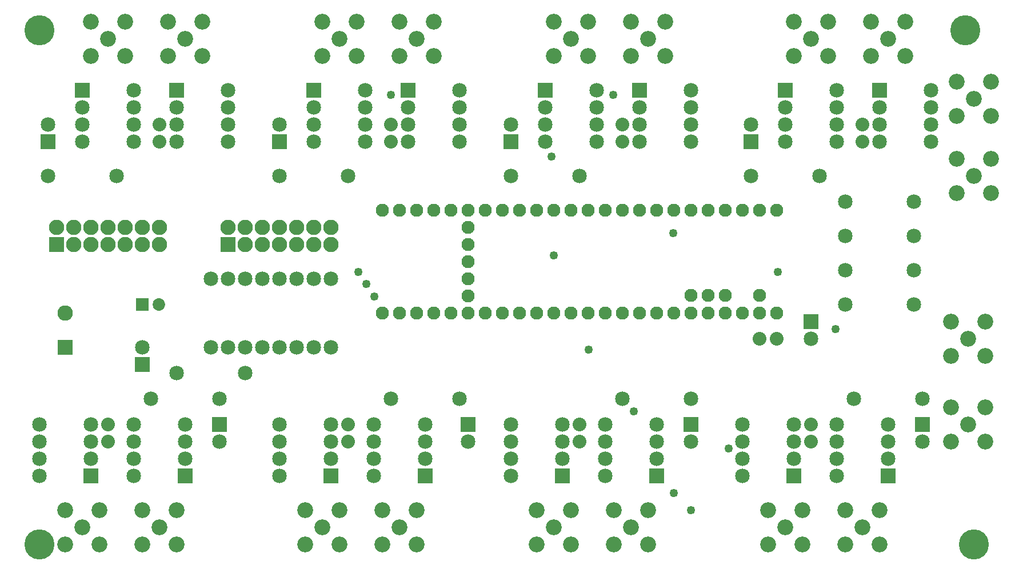
<source format=gts>
G04 MADE WITH FRITZING*
G04 WWW.FRITZING.ORG*
G04 DOUBLE SIDED*
G04 HOLES PLATED*
G04 CONTOUR ON CENTER OF CONTOUR VECTOR*
%ASAXBY*%
%FSLAX23Y23*%
%MOIN*%
%OFA0B0*%
%SFA1.0B1.0*%
%ADD10C,0.076888*%
%ADD11C,0.085000*%
%ADD12C,0.080000*%
%ADD13C,0.175354*%
%ADD14C,0.089370*%
%ADD15C,0.092000*%
%ADD16C,0.090000*%
%ADD17C,0.072992*%
%ADD18C,0.049370*%
%ADD19R,0.085000X0.085000*%
%ADD20R,0.089370X0.089370*%
%ADD21R,0.090000X0.090000*%
%ADD22R,0.072992X0.072992*%
%LNMASK1*%
G90*
G70*
G54D10*
X4449Y2090D03*
X4349Y2090D03*
X4249Y2090D03*
X4149Y2090D03*
X4049Y2090D03*
X3949Y2090D03*
X3849Y2090D03*
X3749Y2090D03*
X3649Y2090D03*
X3549Y2090D03*
X3449Y2090D03*
X3349Y2090D03*
X3249Y2090D03*
X3149Y2090D03*
X3049Y2090D03*
X2949Y2090D03*
X2849Y2090D03*
X2749Y2090D03*
X2649Y2090D03*
X2549Y2090D03*
X2449Y2090D03*
X2349Y2090D03*
X2249Y2090D03*
X2149Y2090D03*
X2149Y1490D03*
X2249Y1490D03*
X2349Y1490D03*
X2449Y1490D03*
X2549Y1490D03*
X2649Y1490D03*
X2749Y1490D03*
X2849Y1490D03*
X2949Y1490D03*
X3049Y1490D03*
X3149Y1490D03*
X3249Y1490D03*
X3349Y1490D03*
X3449Y1490D03*
X3549Y1490D03*
X3649Y1490D03*
X3749Y1490D03*
X3849Y1490D03*
X3949Y1490D03*
X4049Y1490D03*
X4149Y1490D03*
X4249Y1490D03*
X4349Y1490D03*
X4449Y1490D03*
X2649Y1990D03*
X2649Y1890D03*
X2649Y1790D03*
X2649Y1690D03*
X2649Y1590D03*
X3948Y1592D03*
X4048Y1592D03*
X4149Y1592D03*
X4349Y1592D03*
G54D11*
X4849Y1540D03*
X5249Y1540D03*
X1149Y1290D03*
X1149Y1690D03*
X1849Y1290D03*
X1849Y1690D03*
X1649Y1290D03*
X1649Y1690D03*
X1549Y1290D03*
X1549Y1690D03*
X1449Y1290D03*
X1449Y1690D03*
X1749Y1690D03*
X1749Y1290D03*
X1349Y1690D03*
X1349Y1290D03*
X1249Y1290D03*
X1249Y1690D03*
X1349Y1140D03*
X949Y1140D03*
X4849Y1940D03*
X5249Y1940D03*
X4849Y2140D03*
X5249Y2140D03*
X4849Y1740D03*
X5249Y1740D03*
X1199Y990D03*
X799Y990D03*
X2599Y990D03*
X2199Y990D03*
X3949Y990D03*
X3549Y990D03*
X5299Y990D03*
X4899Y990D03*
X4299Y2290D03*
X4699Y2290D03*
X2898Y2290D03*
X3298Y2290D03*
X1548Y2290D03*
X1948Y2290D03*
X198Y2290D03*
X598Y2290D03*
G54D12*
X4449Y1340D03*
X4349Y1340D03*
X549Y740D03*
X549Y840D03*
X1949Y739D03*
X1949Y839D03*
X3299Y740D03*
X3299Y840D03*
X4649Y740D03*
X4649Y840D03*
X4949Y2590D03*
X4949Y2490D03*
X3548Y2590D03*
X3548Y2490D03*
X2198Y2590D03*
X2198Y2490D03*
X848Y2590D03*
X848Y2490D03*
G54D11*
X4649Y1440D03*
X4649Y1340D03*
X749Y1190D03*
X749Y1290D03*
X1199Y840D03*
X1199Y740D03*
X2649Y840D03*
X2649Y740D03*
X3949Y840D03*
X3949Y740D03*
X5299Y840D03*
X5299Y740D03*
X4299Y2490D03*
X4299Y2590D03*
X2898Y2490D03*
X2898Y2590D03*
X1548Y2490D03*
X1548Y2590D03*
X198Y2490D03*
X198Y2590D03*
G54D13*
X5549Y3140D03*
X149Y3140D03*
X149Y140D03*
X5599Y140D03*
G54D14*
X1249Y1990D03*
X1349Y1990D03*
X1449Y1990D03*
X1549Y1990D03*
X1649Y1990D03*
X1749Y1990D03*
X1849Y1990D03*
X1249Y1890D03*
X1349Y1890D03*
X1449Y1890D03*
X1549Y1890D03*
X1649Y1890D03*
X1749Y1890D03*
X1849Y1890D03*
X249Y1990D03*
X349Y1990D03*
X449Y1990D03*
X549Y1990D03*
X649Y1990D03*
X749Y1990D03*
X849Y1990D03*
X249Y1890D03*
X349Y1890D03*
X449Y1890D03*
X549Y1890D03*
X649Y1890D03*
X749Y1890D03*
X849Y1890D03*
G54D15*
X299Y140D03*
X399Y240D03*
X499Y140D03*
X499Y340D03*
X299Y340D03*
X1699Y139D03*
X1799Y239D03*
X1899Y139D03*
X1899Y339D03*
X1699Y339D03*
X3049Y140D03*
X3149Y240D03*
X3249Y140D03*
X3249Y340D03*
X3049Y340D03*
X4399Y140D03*
X4499Y240D03*
X4599Y140D03*
X4599Y340D03*
X4399Y340D03*
X5199Y3190D03*
X5098Y3090D03*
X4999Y3190D03*
X4999Y2990D03*
X5199Y2990D03*
X3798Y3190D03*
X3698Y3089D03*
X3598Y3190D03*
X3598Y2990D03*
X3798Y2990D03*
X2448Y3190D03*
X2348Y3089D03*
X2248Y3190D03*
X2248Y2990D03*
X2448Y2990D03*
X1098Y3190D03*
X998Y3089D03*
X898Y3190D03*
X898Y2990D03*
X1098Y2990D03*
X5699Y2190D03*
X5599Y2290D03*
X5699Y2390D03*
X5499Y2390D03*
X5499Y2190D03*
X5699Y2640D03*
X5599Y2740D03*
X5699Y2840D03*
X5499Y2840D03*
X5499Y2640D03*
X5665Y1240D03*
X5565Y1340D03*
X5665Y1440D03*
X5465Y1440D03*
X5465Y1240D03*
X5665Y740D03*
X5565Y840D03*
X5665Y940D03*
X5465Y940D03*
X5465Y740D03*
X749Y140D03*
X849Y240D03*
X949Y140D03*
X949Y340D03*
X749Y340D03*
X2149Y139D03*
X2249Y239D03*
X2349Y139D03*
X2349Y339D03*
X2149Y339D03*
X3499Y140D03*
X3599Y240D03*
X3699Y140D03*
X3699Y340D03*
X3499Y340D03*
X4849Y140D03*
X4949Y240D03*
X5049Y140D03*
X5049Y340D03*
X4849Y340D03*
X4749Y3190D03*
X4648Y3090D03*
X4549Y3190D03*
X4549Y2990D03*
X4749Y2990D03*
X3348Y3190D03*
X3248Y3089D03*
X3148Y3190D03*
X3148Y2990D03*
X3348Y2990D03*
X1998Y3190D03*
X1898Y3089D03*
X1798Y3190D03*
X1798Y2990D03*
X1998Y2990D03*
X648Y3190D03*
X548Y3089D03*
X448Y3190D03*
X448Y2990D03*
X648Y2990D03*
G54D11*
X999Y540D03*
X699Y540D03*
X999Y640D03*
X699Y640D03*
X999Y740D03*
X699Y740D03*
X999Y840D03*
X699Y840D03*
X2399Y539D03*
X2099Y539D03*
X2399Y639D03*
X2099Y639D03*
X2399Y739D03*
X2099Y739D03*
X2399Y839D03*
X2099Y839D03*
X3749Y540D03*
X3449Y540D03*
X3749Y640D03*
X3449Y640D03*
X3749Y740D03*
X3449Y740D03*
X3749Y840D03*
X3449Y840D03*
X5099Y540D03*
X4799Y540D03*
X5099Y640D03*
X4799Y640D03*
X5099Y740D03*
X4799Y740D03*
X5099Y840D03*
X4799Y840D03*
X4499Y2790D03*
X4799Y2790D03*
X4499Y2690D03*
X4799Y2690D03*
X4499Y2590D03*
X4799Y2590D03*
X4499Y2490D03*
X4799Y2490D03*
X3098Y2790D03*
X3398Y2790D03*
X3098Y2690D03*
X3398Y2690D03*
X3098Y2590D03*
X3398Y2590D03*
X3098Y2490D03*
X3398Y2490D03*
X1748Y2790D03*
X2048Y2790D03*
X1748Y2690D03*
X2048Y2690D03*
X1748Y2590D03*
X2048Y2590D03*
X1748Y2490D03*
X2048Y2490D03*
X398Y2790D03*
X698Y2790D03*
X398Y2690D03*
X698Y2690D03*
X398Y2590D03*
X698Y2590D03*
X398Y2490D03*
X698Y2490D03*
X449Y540D03*
X149Y540D03*
X449Y640D03*
X149Y640D03*
X449Y740D03*
X149Y740D03*
X449Y840D03*
X149Y840D03*
X1849Y539D03*
X1549Y539D03*
X1849Y639D03*
X1549Y639D03*
X1849Y739D03*
X1549Y739D03*
X1849Y839D03*
X1549Y839D03*
X3199Y540D03*
X2899Y540D03*
X3199Y640D03*
X2899Y640D03*
X3199Y740D03*
X2899Y740D03*
X3199Y840D03*
X2899Y840D03*
X4549Y540D03*
X4249Y540D03*
X4549Y640D03*
X4249Y640D03*
X4549Y740D03*
X4249Y740D03*
X4549Y840D03*
X4249Y840D03*
X5049Y2790D03*
X5349Y2790D03*
X5049Y2690D03*
X5349Y2690D03*
X5049Y2590D03*
X5349Y2590D03*
X5049Y2490D03*
X5349Y2490D03*
X3648Y2790D03*
X3948Y2790D03*
X3648Y2690D03*
X3948Y2690D03*
X3648Y2590D03*
X3948Y2590D03*
X3648Y2490D03*
X3948Y2490D03*
X2298Y2790D03*
X2598Y2790D03*
X2298Y2690D03*
X2598Y2690D03*
X2298Y2590D03*
X2598Y2590D03*
X2298Y2490D03*
X2598Y2490D03*
X948Y2790D03*
X1248Y2790D03*
X948Y2690D03*
X1248Y2690D03*
X948Y2590D03*
X1248Y2590D03*
X948Y2490D03*
X1248Y2490D03*
G54D16*
X299Y1290D03*
X299Y1490D03*
G54D17*
X749Y1540D03*
X847Y1540D03*
G54D18*
X2104Y1587D03*
X2056Y1659D03*
X3616Y915D03*
X3849Y440D03*
X4168Y699D03*
X4456Y1731D03*
X2008Y1731D03*
X3496Y2763D03*
X2200Y2763D03*
X3136Y2403D03*
X3845Y1955D03*
X4792Y1395D03*
X3352Y1275D03*
X3949Y340D03*
X3149Y1827D03*
G54D19*
X4649Y1440D03*
X749Y1190D03*
X1199Y840D03*
X2649Y840D03*
X3949Y840D03*
X5299Y840D03*
X4299Y2490D03*
X2898Y2490D03*
X1548Y2490D03*
X198Y2490D03*
G54D20*
X1249Y1890D03*
X249Y1890D03*
G54D19*
X999Y540D03*
X2399Y539D03*
X3749Y540D03*
X5099Y540D03*
X4499Y2790D03*
X3098Y2790D03*
X1748Y2790D03*
X398Y2790D03*
X449Y540D03*
X1849Y539D03*
X3199Y540D03*
X4549Y540D03*
X5049Y2790D03*
X3648Y2790D03*
X2298Y2790D03*
X948Y2790D03*
G54D21*
X299Y1290D03*
G54D22*
X749Y1540D03*
G04 End of Mask1*
M02*
</source>
